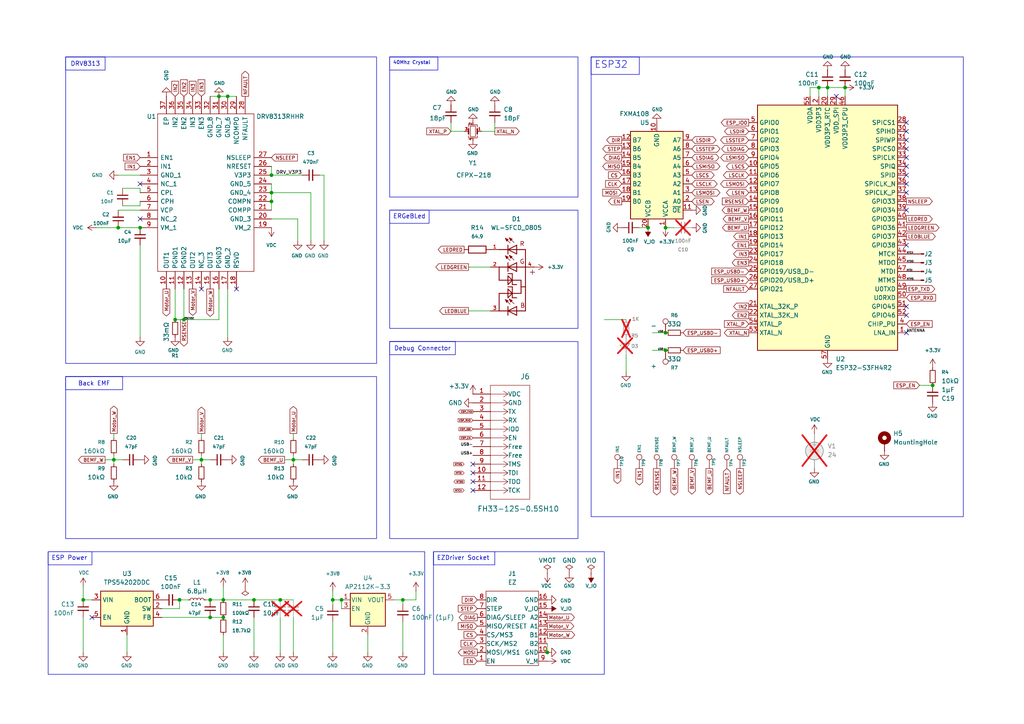
<source format=kicad_sch>
(kicad_sch (version 20250114) (generator "eeschema") (generator_version "9.0")
  (paper "A4")
  (title_block (title "${MY_TITLE}") (date "2025-08-06") (rev "${MY_REVISION}") (company "${MY_AUTHOR}") (comment 1 "${MY_URL}"))
  (rectangle (start 19.05 16.51) (end 109.22 105.41))
  (rectangle (start 113.03 99.06) (end 167.64 156.21))
  (rectangle (start 125.73 160.02) (end 175.26 195.58))
  (rectangle (start 171.45 16.51) (end 279.4 149.86))
  (rectangle (start 19.05 109.22) (end 109.22 156.21))
  (rectangle (start 13.97 160.02) (end 123.19 195.58))
  (rectangle (start 113.03 60.96) (end 167.64 95.25))
  (rectangle (start 113.03 16.51) (end 167.64 57.15))
  (text_box "40Mhz Crystal" (at 113.03 16.51 0) (size 13.97 3.81) (margins 0.9525 0.9525 0.9525 0.9525) (effects (font (size 1 1)) (justify left top)))
  (text_box "DRV8313" (at 19.05 16.51 0) (size 11.43 3.81) (margins 0.9525 0.9525 0.9525 0.9525) (effects (font (size 1.27 1.27))))
  (text_box "ERGeBLed" (at 113.03 60.96 0) (size 11.43 3.81) (margins 0.9525 0.9525 0.9525 0.9525) (effects (font (size 1.27 1.27)) (justify left top)))
  (text_box "ESP32" (at 171.45 16.51 0) (size 13.97 5.08) (margins 0.9525 0.9525 0.9525 0.9525) (effects (font (size 2 2)) (justify left top)))
  (text_box "Back EMF" (at 19.05 109.22 0) (size 16.51 3.81) (margins 0.9525 0.9525 0.9525 0.9525) (effects (font (size 1.27 1.27))))
  (text_box "Debug Connector" (at 113.03 99.06 0) (size 19.05 3.81) (margins 0.9525 0.9525 0.9525 0.9525) (effects (font (size 1.27 1.27))))
  (text_box "EZDriver Socket" (at 125.73 160.02 0) (size 17.78 3.81) (margins 0.9525 0.9525 0.9525 0.9525) (effects (font (size 1.27 1.27)) (justify left top)))
  (text_box "ESP Power" (at 13.97 160.02 0) (size 12.7 3.81) (margins 0.9525 0.9525 0.9525 0.9525) (effects (font (size 1.27 1.27)) (justify left top)))
  (junction (at 96.52 173.99))
  (junction (at 78.74 55.88))
  (junction (at 63.5 27.94))
  (junction (at 270.51 111.76))
  (junction (at 60.96 179.07))
  (junction (at 66.04 27.94))
  (junction (at 193.04 96.52))
  (junction (at 240.03 25.4))
  (junction (at 52.07 173.99))
  (junction (at 64.77 173.99))
  (junction (at 193.04 101.6))
  (junction (at 193.04 66.04))
  (junction (at 58.42 133.35))
  (junction (at 85.09 133.35))
  (junction (at 64.77 179.07))
  (junction (at 78.74 58.42))
  (junction (at 40.64 66.04))
  (junction (at 53.34 92.71))
  (junction (at 237.49 25.4))
  (junction (at 187.96 66.04))
  (junction (at 78.74 50.8))
  (junction (at 116.84 173.99))
  (junction (at 60.96 173.99))
  (junction (at 24.13 173.99))
  (junction (at 99.06 173.99))
  (junction (at 81.28 173.99))
  (junction (at 33.02 133.35))
  (junction (at 34.29 66.04))
  (junction (at 50.8 92.71))
  (junction (at 73.66 173.99))
  (junction (at 158.75 189.23))
  (junction (at 245.11 25.4))
  (no_connect (at 137.16 134.62))
  (no_connect (at 40.64 63.5))
  (no_connect (at 137.16 139.7))
  (no_connect (at 262.89 48.26))
  (no_connect (at 262.89 88.9))
  (no_connect (at 262.89 91.44))
  (no_connect (at 262.89 50.8))
  (no_connect (at 242.57 27.94))
  (no_connect (at 262.89 71.12))
  (no_connect (at 262.89 40.64))
  (no_connect (at 262.89 43.18))
  (no_connect (at 262.89 60.96))
  (no_connect (at 262.89 53.34))
  (no_connect (at 26.67 179.07))
  (no_connect (at 68.58 83.82))
  (no_connect (at 137.16 142.24))
  (no_connect (at 137.16 137.16))
  (no_connect (at 262.89 38.1))
  (no_connect (at 262.89 45.72))
  (no_connect (at 262.89 35.56))
  (no_connect (at 40.64 53.34))
  (no_connect (at 262.89 96.52))
  (no_connect (at 262.89 55.88))
  (no_connect (at 58.42 83.82))
  (wire (pts (xy 85.09 189.23) (xy 85.09 179.07)))
  (wire (pts (xy 53.34 92.71) (xy 63.5 92.71)))
  (wire (pts (xy 24.13 173.99) (xy 26.67 173.99)))
  (wire (pts (xy 86.36 69.85) (xy 86.36 63.5)))
  (wire (pts (xy 82.55 133.35) (xy 85.09 133.35)))
  (wire (pts (xy 120.65 171.45) (xy 120.65 173.99)))
  (wire (pts (xy 66.04 27.94) (xy 68.58 27.94)))
  (wire (pts (xy 59.69 173.99) (xy 60.96 173.99)))
  (wire (pts (xy 50.8 92.71) (xy 53.34 92.71)))
  (wire (pts (xy 245.11 25.4) (xy 245.11 27.94)))
  (wire (pts (xy 24.13 189.23) (xy 24.13 179.07)))
  (wire (pts (xy 234.95 27.94) (xy 234.95 25.4)))
  (wire (pts (xy 40.64 97.79) (xy 40.64 71.12)))
  (wire (pts (xy 240.03 25.4) (xy 240.03 27.94)))
  (wire (pts (xy 24.13 170.18) (xy 24.13 173.99)))
  (wire (pts (xy 60.96 173.99) (xy 64.77 173.99)))
  (wire (pts (xy 106.68 189.23) (xy 106.68 184.15)))
  (wire (pts (xy 30.48 133.35) (xy 33.02 133.35)))
  (wire (pts (xy 135.89 77.47) (xy 142.24 77.47)))
  (wire (pts (xy 116.84 189.23) (xy 116.84 180.34)))
  (wire (pts (xy 52.07 173.99) (xy 54.61 173.99)))
  (wire (pts (xy 90.17 55.88) (xy 78.74 55.88)))
  (wire (pts (xy 40.64 59.69) (xy 35.56 59.69)))
  (wire (pts (xy 81.28 189.23) (xy 81.28 179.07)))
  (wire (pts (xy 96.52 171.45) (xy 96.52 173.99)))
  (wire (pts (xy 34.29 60.96) (xy 40.64 60.96)))
  (wire (pts (xy 96.52 189.23) (xy 96.52 180.34)))
  (wire (pts (xy 34.29 50.8) (xy 40.64 50.8)))
  (wire (pts (xy 60.96 27.94) (xy 63.5 27.94)))
  (wire (pts (xy 78.74 58.42) (xy 78.74 60.96)))
  (wire (pts (xy 73.66 173.99) (xy 81.28 173.99)))
  (wire (pts (xy 240.03 25.4) (xy 245.11 25.4)))
  (wire (pts (xy 64.77 184.15) (xy 64.77 189.23)))
  (wire (pts (xy 99.06 173.99) (xy 99.06 176.53)))
  (wire (pts (xy 64.77 173.99) (xy 73.66 173.99)))
  (wire (pts (xy 85.09 133.35) (xy 85.09 132.08)))
  (wire (pts (xy 266.7 111.76) (xy 270.51 111.76)))
  (wire (pts (xy 116.84 173.99) (xy 116.84 175.26)))
  (wire (pts (xy 175.26 92.71) (xy 181.61 92.71)))
  (wire (pts (xy 86.36 63.5) (xy 78.74 63.5)))
  (wire (pts (xy 143.51 35.56) (xy 143.51 38.1)))
  (wire (pts (xy 90.17 69.85) (xy 90.17 55.88)))
  (wire (pts (xy 40.64 55.88) (xy 40.64 54.61)))
  (wire (pts (xy 63.5 27.94) (xy 66.04 27.94)))
  (wire (pts (xy 96.52 173.99) (xy 99.06 173.99)))
  (wire (pts (xy 58.42 134.62) (xy 58.42 133.35)))
  (wire (pts (xy 33.02 134.62) (xy 33.02 133.35)))
  (wire (pts (xy 237.49 25.4) (xy 240.03 25.4)))
  (wire (pts (xy 46.99 179.07) (xy 60.96 179.07)))
  (wire (pts (xy 116.84 173.99) (xy 120.65 173.99)))
  (wire (pts (xy 64.77 170.18) (xy 64.77 173.99)))
  (wire (pts (xy 52.07 173.99) (xy 52.07 176.53)))
  (wire (pts (xy 93.98 50.8) (xy 93.98 69.85)))
  (wire (pts (xy 185.42 66.04) (xy 187.96 66.04)))
  (wire (pts (xy 40.64 54.61) (xy 35.56 54.61)))
  (wire (pts (xy 60.96 133.35) (xy 58.42 133.35)))
  (wire (pts (xy 92.71 50.8) (xy 93.98 50.8)))
  (wire (pts (xy 50.8 83.82) (xy 50.8 92.71)))
  (wire (pts (xy 78.74 48.26) (xy 78.74 50.8)))
  (wire (pts (xy 195.58 66.04) (xy 193.04 66.04)))
  (wire (pts (xy 33.02 125.73) (xy 33.02 127)))
  (wire (pts (xy 158.75 186.69) (xy 158.75 189.23)))
  (wire (pts (xy 181.61 107.95) (xy 181.61 102.87)))
  (wire (pts (xy 143.51 38.1) (xy 139.7 38.1)))
  (wire (pts (xy 63.5 83.82) (xy 63.5 92.71)))
  (wire (pts (xy 40.64 59.69) (xy 40.64 58.42)))
  (wire (pts (xy 52.07 176.53) (xy 46.99 176.53)))
  (wire (pts (xy 85.09 125.73) (xy 85.09 127)))
  (wire (pts (xy 78.74 55.88) (xy 78.74 58.42)))
  (wire (pts (xy 33.02 133.35) (xy 33.02 132.08)))
  (wire (pts (xy 96.52 173.99) (xy 96.52 175.26)))
  (wire (pts (xy 66.04 83.82) (xy 66.04 97.79)))
  (wire (pts (xy 36.83 189.23) (xy 36.83 184.15)))
  (wire (pts (xy 27.94 66.04) (xy 34.29 66.04)))
  (wire (pts (xy 78.74 53.34) (xy 78.74 55.88)))
  (wire (pts (xy 35.56 133.35) (xy 33.02 133.35)))
  (wire (pts (xy 34.29 66.04) (xy 40.64 66.04)))
  (wire (pts (xy 234.95 25.4) (xy 237.49 25.4)))
  (wire (pts (xy 237.49 25.4) (xy 237.49 27.94)))
  (wire (pts (xy 189.23 101.6) (xy 193.04 101.6)))
  (wire (pts (xy 87.63 133.35) (xy 85.09 133.35)))
  (wire (pts (xy 55.88 133.35) (xy 58.42 133.35)))
  (wire (pts (xy 81.28 173.99) (xy 85.09 173.99)))
  (wire (pts (xy 85.09 134.62) (xy 85.09 133.35)))
  (wire (pts (xy 60.96 179.07) (xy 64.77 179.07)))
  (wire (pts (xy 114.3 173.99) (xy 116.84 173.99)))
  (wire (pts (xy 58.42 133.35) (xy 58.42 132.08)))
  (wire (pts (xy 73.66 189.23) (xy 73.66 179.07)))
  (wire (pts (xy 189.23 96.52) (xy 193.04 96.52)))
  (wire (pts (xy 130.81 38.1) (xy 134.62 38.1)))
  (wire (pts (xy 87.63 50.8) (xy 78.74 50.8)))
  (wire (pts (xy 58.42 125.73) (xy 58.42 127)))
  (wire (pts (xy 135.89 90.17) (xy 142.24 90.17)))
  (wire (pts (xy 130.81 35.56) (xy 130.81 38.1)))
  (wire (pts (xy 53.34 83.82) (xy 53.34 92.71)))
  (label "USB-" (at 137.16 129.54 180) (effects (font (size 0.8 0.8))))
  (label "RSENSE" (at 53.34 92.71 0) (effects (font (size 0.5 0.5))))
  (label "DRV_V3P3" (at 80.01 50.8 0) (effects (font (size 1 1))))
  (label "MTMS" (at 262.89 81.28 0) (effects (font (size 0.5 0.5))))
  (label "MTCK" (at 262.89 73.66 0) (effects (font (size 0.5 0.5))))
  (label "USB+" (at 193.04 101.6 180) (effects (font (size 0.5 0.5))))
  (label "USB-" (at 193.04 96.52 180) (effects (font (size 0.5 0.5))))
  (label "MTDI" (at 262.89 78.74 0) (effects (font (size 0.5 0.5))))
  (label "MTDO" (at 262.89 76.2 0) (effects (font (size 0.5 0.5))))
  (label "USB+" (at 137.16 132.08 180) (effects (font (size 0.8 0.8))))
  (label "ANTENNA" (at 262.89 96.52 0) (effects (font (size 0.8 0.8))))
  (global_label "DIR" (shape output) (at 180.34 40.64 180) (effects (font (size 1 1))) (property "Intersheetrefs" "${INTERSHEET_REFS}" (effects (hide yes))))
  (global_label "LSMOSI" (shape bidirectional) (at 200.66 55.88 0) (effects (font (size 1 1))) (property "Intersheetrefs" "${INTERSHEET_REFS}" (effects (hide yes))))
  (global_label "XTAL_P" (shape input) (at 217.17 93.98 180) (effects (font (size 1 1))) (property "Intersheetrefs" "${INTERSHEET_REFS}" (effects (hide yes))))
  (global_label "IN2" (shape input) (at 50.8 27.94 90) (effects (font (size 1 1))) (property "Intersheetrefs" "${INTERSHEET_REFS}" (effects (hide yes))))
  (global_label "LEDRED" (shape output) (at 134.62 72.39 180) (effects (font (size 1 1))) (property "Intersheetrefs" "${INTERSHEET_REFS}" (effects (hide yes))))
  (global_label "IN1" (shape output) (at 179.07 135.89 270) (effects (font (size 1 1))) (property "Intersheetrefs" "${INTERSHEET_REFS}" (effects (hide yes))))
  (global_label "BEMF_W" (shape output) (at 217.17 60.96 180) (effects (font (size 1 1))) (property "Intersheetrefs" "${INTERSHEET_REFS}" (effects (hide yes))))
  (global_label "NSLEEP" (shape output) (at 214.63 135.89 270) (effects (font (size 1 1))) (property "Intersheetrefs" "${INTERSHEET_REFS}" (effects (hide yes))))
  (global_label "ESP_IO0" (shape input) (at 137.16 124.46 180) (effects (font (size 0.508 0.508))) (property "Intersheetrefs" "${INTERSHEET_REFS}" (effects (hide yes))))
  (global_label "ESP_EN" (shape input) (at 266.7 111.76 180) (effects (font (size 1 1))) (property "Intersheetrefs" "${INTERSHEET_REFS}" (effects (hide yes))))
  (global_label "Motor_W" (shape output) (at 60.96 83.82 270) (effects (font (size 1 1))) (property "Intersheetrefs" "${INTERSHEET_REFS}" (effects (hide yes))))
  (global_label "XTAL_N" (shape output) (at 217.17 96.52 180) (effects (font (size 1 1))) (property "Intersheetrefs" "${INTERSHEET_REFS}" (effects (hide yes))))
  (global_label "NFAULT" (shape output) (at 71.12 27.94 90) (effects (font (size 1 1))) (property "Intersheetrefs" "${INTERSHEET_REFS}" (effects (hide yes))))
  (global_label "BEMF_V" (shape output) (at 217.17 63.5 180) (effects (font (size 1 1))) (property "Intersheetrefs" "${INTERSHEET_REFS}" (effects (hide yes))))
  (global_label "XTAL_N" (shape output) (at 143.51 38.1 0) (effects (font (size 1 1))) (property "Intersheetrefs" "${INTERSHEET_REFS}" (effects (hide yes))))
  (global_label "STEP" (shape output) (at 180.34 43.18 180) (effects (font (size 1 1))) (property "Intersheetrefs" "${INTERSHEET_REFS}" (effects (hide yes))))
  (global_label "CLK" (shape input) (at 138.43 186.69 180) (effects (font (size 1 1))) (property "Intersheetrefs" "${INTERSHEET_REFS}" (effects (hide yes))))
  (global_label "EN2" (shape output) (at 217.17 91.44 180) (effects (font (size 1 1))) (property "Intersheetrefs" "${INTERSHEET_REFS}" (effects (hide yes))))
  (global_label "MTCK" (shape input) (at 134.62 142.24 180) (effects (font (size 0.508 0.508))) (property "Intersheetrefs" "${INTERSHEET_REFS}" (effects (hide yes))))
  (global_label "ESP_EN" (shape input) (at 137.16 127 180) (effects (font (size 0.508 0.508))) (property "Intersheetrefs" "${INTERSHEET_REFS}" (effects (hide yes))))
  (global_label "MISO" (shape input) (at 138.43 181.61 180) (effects (font (size 1 1))) (property "Intersheetrefs" "${INTERSHEET_REFS}" (effects (hide yes))))
  (global_label "BEMF_U" (shape output) (at 82.55 133.35 180) (effects (font (size 1 1))) (property "Intersheetrefs" "${INTERSHEET_REFS}" (effects (hide yes))))
  (global_label "EN1" (shape output) (at 217.17 71.12 180) (effects (font (size 1 1))) (property "Intersheetrefs" "${INTERSHEET_REFS}" (effects (hide yes))))
  (global_label "MTDI" (shape input) (at 134.62 137.16 180) (effects (font (size 0.508 0.508))) (property "Intersheetrefs" "${INTERSHEET_REFS}" (effects (hide yes))))
  (global_label "EN3" (shape output) (at 217.17 76.2 180) (effects (font (size 1 1))) (property "Intersheetrefs" "${INTERSHEET_REFS}" (effects (hide yes))))
  (global_label "EN3" (shape input) (at 58.42 27.94 90) (effects (font (size 1 1))) (property "Intersheetrefs" "${INTERSHEET_REFS}" (effects (hide yes))))
  (global_label "LEDGREEN" (shape output) (at 262.89 66.04 0) (effects (font (size 1 1))) (property "Intersheetrefs" "${INTERSHEET_REFS}" (effects (hide yes))))
  (global_label "Motor_W" (shape output) (at 158.75 184.15 0) (effects (font (size 1 1))) (property "Intersheetrefs" "${INTERSHEET_REFS}" (effects (hide yes))))
  (global_label "LEDBLUE" (shape output) (at 135.89 90.17 180) (effects (font (size 1 1))) (property "Intersheetrefs" "${INTERSHEET_REFS}" (effects (hide yes))))
  (global_label "Motor_W" (shape output) (at 33.02 125.73 90) (effects (font (size 1 1))) (property "Intersheetrefs" "${INTERSHEET_REFS}" (effects (hide yes))))
  (global_label "XTAL_P" (shape input) (at 130.81 38.1 180) (effects (font (size 1 1))) (property "Intersheetrefs" "${INTERSHEET_REFS}" (effects (hide yes))))
  (global_label "NFAULT" (shape input) (at 217.17 83.82 180) (effects (font (size 1 1))) (property "Intersheetrefs" "${INTERSHEET_REFS}" (effects (hide yes))))
  (global_label "MTMS" (shape input) (at 134.62 134.62 180) (effects (font (size 0.508 0.508))) (property "Intersheetrefs" "${INTERSHEET_REFS}" (effects (hide yes))))
  (global_label "EN1" (shape input) (at 40.64 45.72 180) (effects (font (size 1 1))) (property "Intersheetrefs" "${INTERSHEET_REFS}" (effects (hide yes))))
  (global_label "ESP_USBD+" (shape input) (at 198.12 101.6 0) (effects (font (size 1 1))) (property "Intersheetrefs" "${INTERSHEET_REFS}" (effects (hide yes))))
  (global_label "LSMISO" (shape bidirectional) (at 217.17 45.72 180) (effects (font (size 1 1))) (property "Intersheetrefs" "${INTERSHEET_REFS}" (effects (hide yes))))
  (global_label "LSMISO" (shape bidirectional) (at 200.66 48.26 0) (effects (font (size 1 1))) (property "Intersheetrefs" "${INTERSHEET_REFS}" (effects (hide yes))))
  (global_label "LEDBLUE" (shape output) (at 262.89 68.58 0) (effects (font (size 1 1))) (property "Intersheetrefs" "${INTERSHEET_REFS}" (effects (hide yes))))
  (global_label "LSCLK" (shape bidirectional) (at 217.17 50.8 180) (effects (font (size 1 1))) (property "Intersheetrefs" "${INTERSHEET_REFS}" (effects (hide yes))))
  (global_label "LEDRED" (shape output) (at 262.89 63.5 0) (effects (font (size 1 1))) (property "Intersheetrefs" "${INTERSHEET_REFS}" (effects (hide yes))))
  (global_label "IN1" (shape input) (at 40.64 48.26 180) (effects (font (size 1 1))) (property "Intersheetrefs" "${INTERSHEET_REFS}" (effects (hide yes))))
  (global_label "ESP_EN" (shape input) (at 262.89 93.98 0) (effects (font (size 1 1))) (property "Intersheetrefs" "${INTERSHEET_REFS}" (effects (hide yes))))
  (global_label "NSLEEP" (shape output) (at 262.89 58.42 0) (effects (font (size 1 1))) (property "Intersheetrefs" "${INTERSHEET_REFS}" (effects (hide yes))))
  (global_label "NFAULT" (shape input) (at 210.82 135.89 270) (effects (font (size 1 1))) (property "Intersheetrefs" "${INTERSHEET_REFS}" (effects (hide yes))))
  (global_label "RSENSE" (shape output) (at 53.34 92.71 270) (effects (font (size 1 1))) (property "Intersheetrefs" "${INTERSHEET_REFS}" (effects (hide yes))))
  (global_label "BEMF_V" (shape output) (at 55.88 133.35 180) (effects (font (size 1 1))) (property "Intersheetrefs" "${INTERSHEET_REFS}" (effects (hide yes))))
  (global_label "RSENSE" (shape input) (at 217.17 58.42 180) (effects (font (size 1 1))) (property "Intersheetrefs" "${INTERSHEET_REFS}" (effects (hide yes))))
  (global_label "LSDIAG" (shape bidirectional) (at 200.66 45.72 0) (effects (font (size 1 1))) (property "Intersheetrefs" "${INTERSHEET_REFS}" (effects (hide yes))))
  (global_label "LSDIR" (shape bidirectional) (at 217.17 38.1 180) (effects (font (size 1 1))) (property "Intersheetrefs" "${INTERSHEET_REFS}" (effects (hide yes))))
  (global_label "IN3" (shape output) (at 217.17 73.66 180) (effects (font (size 1 1))) (property "Intersheetrefs" "${INTERSHEET_REFS}" (effects (hide yes))))
  (global_label "RSENSE" (shape output) (at 190.5 135.89 270) (effects (font (size 1 1))) (property "Intersheetrefs" "${INTERSHEET_REFS}" (effects (hide yes))))
  (global_label "BEMF_W" (shape output) (at 195.58 135.89 270) (effects (font (size 1 1))) (property "Intersheetrefs" "${INTERSHEET_REFS}" (effects (hide yes))))
  (global_label "ESP_RXD" (shape input) (at 137.16 121.92 180) (effects (font (size 0.508 0.508))) (property "Intersheetrefs" "${INTERSHEET_REFS}" (effects (hide yes))))
  (global_label "NSLEEP" (shape input) (at 78.74 45.72 0) (effects (font (size 1 1))) (property "Intersheetrefs" "${INTERSHEET_REFS}" (effects (hide yes))))
  (global_label "Motor_U" (shape output) (at 85.09 125.73 90) (effects (font (size 1 1))) (property "Intersheetrefs" "${INTERSHEET_REFS}" (effects (hide yes))))
  (global_label "BEMF_U" (shape output) (at 217.17 66.04 180) (effects (font (size 1 1))) (property "Intersheetrefs" "${INTERSHEET_REFS}" (effects (hide yes))))
  (global_label "Motor_V" (shape output) (at 55.88 83.82 270) (effects (font (size 1 1))) (property "Intersheetrefs" "${INTERSHEET_REFS}" (effects (hide yes))))
  (global_label "ESP_RXD" (shape input) (at 262.89 86.36 0) (effects (font (size 1 1))) (property "Intersheetrefs" "${INTERSHEET_REFS}" (effects (hide yes))))
  (global_label "LSEN" (shape bidirectional) (at 217.17 55.88 180) (effects (font (size 1 1))) (property "Intersheetrefs" "${INTERSHEET_REFS}" (effects (hide yes))))
  (global_label "ESP_IO0" (shape output) (at 217.17 35.56 180) (effects (font (size 1 1))) (property "Intersheetrefs" "${INTERSHEET_REFS}" (effects (hide yes))))
  (global_label "LSCS" (shape bidirectional) (at 217.17 48.26 180) (effects (font (size 1 1))) (property "Intersheetrefs" "${INTERSHEET_REFS}" (effects (hide yes))))
  (global_label "LSDIAG" (shape bidirectional) (at 217.17 43.18 180) (effects (font (size 1 1))) (property "Intersheetrefs" "${INTERSHEET_REFS}" (effects (hide yes))))
  (global_label "EN2" (shape input) (at 53.34 27.94 90) (effects (font (size 1 1))) (property "Intersheetrefs" "${INTERSHEET_REFS}" (effects (hide yes))))
  (global_label "CS" (shape input) (at 180.34 50.8 180) (effects (font (size 1 1))) (property "Intersheetrefs" "${INTERSHEET_REFS}" (effects (hide yes))))
  (global_label "LSEN" (shape bidirectional) (at 200.66 58.42 0) (effects (font (size 1 1))) (property "Intersheetrefs" "${INTERSHEET_REFS}" (effects (hide yes))))
  (global_label "MISO" (shape output) (at 180.34 48.26 180) (effects (font (size 1 1))) (property "Intersheetrefs" "${INTERSHEET_REFS}" (effects (hide yes))))
  (global_label "MOSI" (shape input) (at 180.34 55.88 180) (effects (font (size 1 1))) (property "Intersheetrefs" "${INTERSHEET_REFS}" (effects (hide yes))))
  (global_label "Motor_U" (shape output) (at 158.75 179.07 0) (effects (font (size 1 1))) (property "Intersheetrefs" "${INTERSHEET_REFS}" (effects (hide yes))))
  (global_label "LSCLK" (shape bidirectional) (at 200.66 53.34 0) (effects (font (size 1 1))) (property "Intersheetrefs" "${INTERSHEET_REFS}" (effects (hide yes))))
  (global_label "DIAG" (shape output) (at 180.34 45.72 180) (effects (font (size 1 1))) (property "Intersheetrefs" "${INTERSHEET_REFS}" (effects (hide yes))))
  (global_label "MOSI" (shape output) (at 138.43 189.23 180) (effects (font (size 1 1))) (property "Intersheetrefs" "${INTERSHEET_REFS}" (effects (hide yes))))
  (global_label "EN" (shape input) (at 138.43 191.77 180) (effects (font (size 1 1))) (property "Intersheetrefs" "${INTERSHEET_REFS}" (effects (hide yes))))
  (global_label "ESP_USBD+" (shape input) (at 217.17 81.28 180) (effects (font (size 1 1))) (property "Intersheetrefs" "${INTERSHEET_REFS}" (effects (hide yes))))
  (global_label "LEDGREEN" (shape output) (at 135.89 77.47 180) (effects (font (size 1 1))) (property "Intersheetrefs" "${INTERSHEET_REFS}" (effects (hide yes))))
  (global_label "LSSTEP" (shape bidirectional) (at 217.17 40.64 180) (effects (font (size 1 1))) (property "Intersheetrefs" "${INTERSHEET_REFS}" (effects (hide yes))))
  (global_label "CLK" (shape input) (at 180.34 53.34 180) (effects (font (size 1 1))) (property "Intersheetrefs" "${INTERSHEET_REFS}" (effects (hide yes))))
  (global_label "Motor_U" (shape output) (at 48.26 83.82 270) (effects (font (size 1 1))) (property "Intersheetrefs" "${INTERSHEET_REFS}" (effects (hide yes))))
  (global_label "Motor_V" (shape output) (at 58.42 125.73 90) (effects (font (size 1 1))) (property "Intersheetrefs" "${INTERSHEET_REFS}" (effects (hide yes))))
  (global_label "LSMOSI" (shape bidirectional) (at 217.17 53.34 180) (effects (font (size 1 1))) (property "Intersheetrefs" "${INTERSHEET_REFS}" (effects (hide yes))))
  (global_label "DIAG" (shape output) (at 138.43 179.07 180) (effects (font (size 1 1))) (property "Intersheetrefs" "${INTERSHEET_REFS}" (effects (hide yes))))
  (global_label "BEMF_W" (shape output) (at 30.48 133.35 180) (effects (font (size 1 1))) (property "Intersheetrefs" "${INTERSHEET_REFS}" (effects (hide yes))))
  (global_label "BEMF_U" (shape output) (at 205.74 135.89 270) (effects (font (size 1 1))) (property "Intersheetrefs" "${INTERSHEET_REFS}" (effects (hide yes))))
  (global_label "LSCS" (shape bidirectional) (at 200.66 50.8 0) (effects (font (size 1 1))) (property "Intersheetrefs" "${INTERSHEET_REFS}" (effects (hide yes))))
  (global_label "IN2" (shape output) (at 217.17 88.9 180) (effects (font (size 1 1))) (property "Intersheetrefs" "${INTERSHEET_REFS}" (effects (hide yes))))
  (global_label "BEMF_V" (shape output) (at 200.66 135.89 270) (effects (font (size 1 1))) (property "Intersheetrefs" "${INTERSHEET_REFS}" (effects (hide yes))))
  (global_label "DIR" (shape input) (at 138.43 173.99 180) (effects (font (size 1 1))) (property "Intersheetrefs" "${INTERSHEET_REFS}" (effects (hide yes))))
  (global_label "LSSTEP" (shape bidirectional) (at 200.66 43.18 0) (effects (font (size 1 1))) (property "Intersheetrefs" "${INTERSHEET_REFS}" (effects (hide yes))))
  (global_label "IN1" (shape output) (at 217.17 68.58 180) (effects (font (size 1 1))) (property "Intersheetrefs" "${INTERSHEET_REFS}" (effects (hide yes))))
  (global_label "Motor_V" (shape output) (at 158.75 181.61 0) (effects (font (size 1 1))) (property "Intersheetrefs" "${INTERSHEET_REFS}" (effects (hide yes))))
  (global_label "ESP_TXD" (shape output) (at 262.89 83.82 0) (effects (font (size 1 1))) (property "Intersheetrefs" "${INTERSHEET_REFS}" (effects (hide yes))))
  (global_label "CS" (shape input) (at 138.43 184.15 180) (effects (font (size 1 1))) (property "Intersheetrefs" "${INTERSHEET_REFS}" (effects (hide yes))))
  (global_label "STEP" (shape input) (at 138.43 176.53 180) (effects (font (size 1 1))) (property "Intersheetrefs" "${INTERSHEET_REFS}" (effects (hide yes))))
  (global_label "IN3" (shape input) (at 55.88 27.94 90) (effects (font (size 1 1))) (property "Intersheetrefs" "${INTERSHEET_REFS}" (effects (hide yes))))
  (global_label "EN1" (shape output) (at 185.42 135.89 270) (effects (font (size 1 1))) (property "Intersheetrefs" "${INTERSHEET_REFS}" (effects (hide yes))))
  (global_label "ESP_USBD-" (shape input) (at 217.17 78.74 180) (effects (font (size 1 1))) (property "Intersheetrefs" "${INTERSHEET_REFS}" (effects (hide yes))))
  (global_label "MTDO" (shape output) (at 134.62 139.7 180) (effects (font (size 0.508 0.508))) (property "Intersheetrefs" "${INTERSHEET_REFS}" (effects (hide yes))))
  (global_label "ESP_USBD-" (shape input) (at 198.12 96.52 0) (effects (font (size 1 1))) (property "Intersheetrefs" "${INTERSHEET_REFS}" (effects (hide yes))))
  (global_label "ESP_TXD" (shape output) (at 137.16 119.38 180) (effects (font (size 0.508 0.508))) (property "Intersheetrefs" "${INTERSHEET_REFS}" (effects (hide yes))))
  (global_label "EN" (shape output) (at 180.34 58.42 180) (effects (font (size 1 1))) (property "Intersheetrefs" "${INTERSHEET_REFS}" (effects (hide yes))))
  (global_label "LSDIR" (shape bidirectional) (at 200.66 40.64 0) (effects (font (size 1 1))) (property "Intersheetrefs" "${INTERSHEET_REFS}" (effects (hide yes))))
  (symbol (lib_id "power:GND") (at 130.81 30.48 180) (unit 1)
    (property "Reference" "#PWR018" (effects (hide yes)))
    (property "Value" "GND" (at 130.937 26.67 0) (effects (font (size 1 1))))
    (property "Description" "Power symbol creates a global label with name \"GND\" , ground" (effects (hide yes)))
  )
  (symbol (lib_id "power:GND") (at 66.04 133.35 90) (unit 1)
    (property "Reference" "#PWR033" (effects (hide yes)))
    (property "Value" "GND" (at 70.358 133.604 0) (effects (font (size 1 1))))
    (property "Description" "Power symbol creates a global label with name \"GND\" , ground" (effects (hide yes)))
  )
  (symbol (lib_id "Device:C_Small") (at 182.88 66.04 90) (unit 1)
    (property "Reference" "C9" (at 182.8863 72.39 90) (effects (font (size 1 1))))
    (property "Value" "100nF" (at 182.8863 69.85 90) (effects (font (size 1 1))))
    (property "Footprint" "Capacitor_SMD:C_0402_1005Metric_Pad0.74x0.62mm_HandSolder" (effects (hide yes)))
    (property "Description" "Unpolarized capacitor, small symbol" (effects (hide yes)))
  )
  (symbol (lib_id "power:GND") (at 181.61 107.95 0) (unit 1)
    (property "Reference" "#PWR038" (effects (hide yes)))
    (property "Value" "GND" (at 181.483 111.76 0) (effects (font (size 1 1))))
    (property "Description" "Power symbol creates a global label with name \"GND\" , ground" (effects (hide yes)))
  )
  (symbol (lib_id "Regulator_Linear:AP2112K-3.3") (at 106.68 176.53 0) (unit 1)
    (property "Reference" "U4" (at 106.68 167.64 0))
    (property "Value" "AP2112K-3.3" (at 106.68 170.18 0))
    (property "Footprint" "Package_TO_SOT_SMD:SOT-23-5" (effects (hide yes)))
    (property "Datasheet" "https://www.diodes.com/assets/Datasheets/AP2112.pdf" (effects (hide yes)))
    (property "Description" "600mA low dropout linear regulator, with enable pin, 3.8V-6V input voltage range, 3.3V fixed positive output, SOT-23-5" (effects (hide yes)))
    (property "LCSC Part" "C51118" (effects (hide yes)))
    (property "Rotation Offset" "90" (effects (hide yes)))
  )
  (symbol (lib_id "power:GND") (at 240.03 104.14 0) (unit 1)
    (property "Reference" "#PWR019" (effects (hide yes)))
    (property "Value" "GND" (at 239.903 107.95 0) (effects (font (size 1 1))))
    (property "Description" "Power symbol creates a global label with name \"GND\" , ground" (effects (hide yes)))
  )
  (symbol (lib_id "MCU_Espressif:ESP32-S3") (at 240.03 66.04 0) (unit 1)
    (property "Reference" "U2" (at 242.3795 104.14 0) (effects (justify left)))
    (property "Value" "ESP32-S3FH4R2" (at 242.3795 106.68 0) (effects (justify left)))
    (property "Footprint" "Package_DFN_QFN:QFN-56-1EP_7x7mm_P0.4mm_EP5.6x5.6mm_ThermalVias" (effects (hide yes)))
    (property "Datasheet" "https://www.espressif.com/sites/default/files/documentation/esp32-s3_datasheet_en.pdf" (effects (hide yes)))
    (property "Description" "Microcontroller, Wi-Fi 802.11b/g/n, Bluetooth, 32bit" (effects (hide yes)))
    (property "LCSC Part" "C2844252" (effects (hide yes)))
    (property "Rotation Offset" "-90" (effects (hide yes)))
  )
  (symbol (lib_id "Connector:TestPoint") (at 190.5 135.89 0) (unit 1)
    (property "Reference" "TP8" (at 191.77 135.382 90) (effects (font (size 0.8 0.8)) (justify left)))
    (property "Value" "RSENSE" (at 190.5 131.318 90) (effects (font (size 0.8 0.8)) (justify left)))
    (property "Footprint" "EZCPAP:TestLoop_RCUCTE _0603" (effects (hide yes)))
    (property "Description" "test point" (effects (hide yes)))
  )
  (symbol (lib_id "Logic_LevelTranslator:FXMA108") (at 190.5 50.8 180) (unit 1)
    (property "Reference" "U5" (at 188.3567 35.56 0) (effects (justify left)))
    (property "Value" "FXMA108" (at 188.3567 33.02 0) (effects (justify left)))
    (property "Footprint" "Package_DFN_QFN:WQFN-20-1EP_2.5x4.5mm_P0.5mm_EP1x2.9mm" (effects (hide yes)))
    (property "Datasheet" "http://www.onsemi.com/pub/Collateral/FXMA108-D.pdf" (effects (hide yes)))
    (property "Description" "Dual-Supply, 8-Bit Signal Translator with Configurable Voltage Supplies and Signals Levels, 3-State Outputs and Auto Direction Sensing, WQFN-20" (effects (hide yes)))
    (property "LCSC Part" "C891320" (effects (hide yes)))
    (property "Rotation Offset" "-90" (effects (hide yes)))
  )
  (symbol (lib_id "EZCPAP:WL-SFCD_0805") (at 149.86 82.55 0) (unit 1)
    (property "Reference" "D1" (at 149.7598 63.5 0))
    (property "Value" "WL-SFCD_0805" (at 149.7598 66.04 0))
    (property "Footprint" "EZCPAP:WL-SFCD_0805" (effects (hide yes)))
  )
  (symbol (lib_id "power:GND") (at 137.16 35.56 180) (unit 1)
    (property "Reference" "#PWR030" (effects (hide yes)))
    (property "Value" "GND" (at 137.287 31.75 0) (effects (font (size 1 1))))
    (property "Description" "Power symbol creates a global label with name \"GND\" , ground" (effects (hide yes)))
  )
  (symbol (lib_name "Conn_01x01_Pin_4") (lib_id "Connector:Conn_01x01_Pin") (at 267.97 81.28 180) (unit 1) (in_bom no) (on_board no)
    (property "Reference" "J5" (at 269.24 81.28 0))
    (property "Value" "Conn_01x01_Pin" (effects (hide yes)))
    (property "Footprint" "EZCPAP:Pin Exposed Pad" (effects (hide yes)))
    (property "Description" "Generic connector, single row, 01x01, script generated" (effects (hide yes)))
  )
  (symbol (lib_id "power:GND") (at 270.51 116.84 0) (unit 1)
    (property "Reference" "#PWR058" (effects (hide yes)))
    (property "Value" "GND" (at 270.383 120.65 0) (effects (font (size 1 1))))
    (property "Description" "Power symbol creates a global label with name \"GND\" , ground" (effects (hide yes)))
  )
  (symbol (lib_id "power:+3.3V") (at 245.11 25.4 270) (unit 1)
    (property "Reference" "#PWR028" (effects (hide yes)))
    (property "Value" "+3.3V" (at 248.92 25.4 90) (effects (font (size 1 1)) (justify left)))
    (property "Description" "Power symbol creates a global label with name \"+3.3V\"" (effects (hide yes)))
  )
  (symbol (lib_id "EZCPAP:DRV8313RHHR") (at 40.64 45.72 0) (unit 1)
    (property "Reference" "U1" (at 43.942 33.782 0))
    (property "Value" "DRV8313RHHR" (at 81.28 33.782 0))
    (property "Footprint" "EZCPAP:DRV8313RHH" (effects (hide yes)))
    (property "Datasheet" "http://www.ti.com/lit/ds/symlink/drv8313.pdf" (effects (hide yes)))
    (property "Description" "TEXAS INSTRUMENTS - DRV8313RHHR - MOTOR DRIVER, 3P BLDC, 1.75A, VQFN-36" (effects (hide yes)))
    (property "Height" "1" (effects (hide yes)))
    (property "LCSC Part" "C165154" (effects (hide yes)))
    (property "Manufacturer" "Texas Instruments" (effects (hide yes)))
    (property "Manufacturer PN" "DRV8313RHHR" (effects (hide yes)))
  )
  (symbol (lib_name "L_Small_1") (lib_id "Device:L_Small") (at 57.15 173.99 90) (unit 1)
    (property "Reference" "L1" (at 57.15 168.91 90))
    (property "Value" "6.8µH" (at 57.15 171.45 90))
    (property "Footprint" "Local_Inductor_SMD_Wurth:L_Wurth_WE-MAPI-3020" (effects (hide yes)))
    (property "Datasheet" "https://www.we-online.com/components/products/datasheet/74438336068HT.pdf" (effects (hide yes)))
    (property "Description" "Inductor, small symbol" (effects (hide yes)))
    (property "Part Number" "74438336068HT" (effects (hide yes)))
  )
  (symbol (lib_id "Device:R_Small") (at 85.09 137.16 0) (mirror y) (unit 1)
    (property "Reference" "R13" (at 82.55 135.8899 0) (effects (font (size 1.016 1.016)) (justify left)))
    (property "Value" "10kΩ" (at 82.55 138.4299 0) (effects (justify left)))
    (property "Footprint" "Resistor_SMD:R_0402_1005Metric_Pad0.72x0.64mm_HandSolder" (effects (hide yes)))
    (property "Description" "Resistor, small symbol" (effects (hide yes)))
  )
  (symbol (lib_id "Device:C_Small") (at 90.17 133.35 90) (unit 1)
    (property "Reference" "C22" (at 90.1763 127 90) (effects (font (size 1 1))))
    (property "Value" "47pF" (at 90.1763 129.54 90) (effects (font (size 1 1))))
    (property "Footprint" "Capacitor_SMD:C_0402_1005Metric_Pad0.74x0.62mm_HandSolder" (effects (hide yes)))
    (property "Description" "Unpolarized capacitor, small symbol" (effects (hide yes)))
  )
  (symbol (lib_id "power:GND") (at 240.03 20.32 180) (unit 1)
    (property "Reference" "#PWR049" (effects (hide yes)))
    (property "Value" "GND" (at 240.157 16.51 0) (effects (font (size 1 1))))
    (property "Description" "Power symbol creates a global label with name \"GND\" , ground" (effects (hide yes)))
  )
  (symbol (lib_id "Device:C_Small") (at 40.64 68.58 0) (mirror y) (unit 1)
    (property "Reference" "C4" (at 38.1 67.3162 0) (effects (font (size 1 1)) (justify left)))
    (property "Value" "10µF" (at 38.1 69.8562 0) (effects (font (size 1 1)) (justify left)))
    (property "Footprint" "Capacitor_SMD:C_0805_2012Metric_Pad1.18x1.45mm_HandSolder" (effects (hide yes)))
    (property "Datasheet" "https://jlcpcb.com/api/file/downloadByFileSystemAccessId/8586178918235164672" (effects (hide yes)))
    (property "Description" "Unpolarized capacitor, small symbol" (effects (hide yes)))
  )
  (symbol (lib_id "Device:R_Small") (at 270.51 109.22 0) (unit 1)
    (property "Reference" "R4" (at 273.05 107.9499 0) (effects (font (size 1.016 1.016)) (justify left)))
    (property "Value" "10kΩ" (at 273.05 110.4899 0) (effects (justify left)))
    (property "Footprint" "Resistor_SMD:R_0402_1005Metric_Pad0.72x0.64mm_HandSolder" (effects (hide yes)))
    (property "Description" "Resistor, small symbol" (effects (hide yes)))
  )
  (symbol (lib_id "power:PWR_FLAG") (at 171.45 166.37 0) (unit 1)
    (property "Reference" "#FLG03" (effects (hide yes)))
    (property "Value" "VIO" (at 171.45 162.56 0))
    (property "Description" "Special symbol for telling ERC where power comes from" (effects (hide yes)))
  )
  (symbol (lib_id "power:GND") (at 85.09 139.7 0) (unit 1)
    (property "Reference" "#PWR052" (effects (hide yes)))
    (property "Value" "GND" (at 84.836 144.018 0) (effects (font (size 1 1))))
    (property "Description" "Power symbol creates a global label with name \"GND\" , ground" (effects (hide yes)))
  )
  (symbol (lib_id "power:GND") (at 137.16 40.64 0) (unit 1)
    (property "Reference" "#PWR08" (effects (hide yes)))
    (property "Value" "GND" (at 137.033 44.45 0) (effects (font (size 1 1))))
    (property "Description" "Power symbol creates a global label with name \"GND\" , ground" (effects (hide yes)))
  )
  (symbol (lib_id "Connector:TestPoint") (at 210.82 135.89 0) (unit 1)
    (property "Reference" "TP4" (at 212.09 135.382 90) (effects (font (size 0.8 0.8)) (justify left)))
    (property "Value" "NFAULT" (at 210.82 131.318 90) (effects (font (size 0.8 0.8)) (justify left)))
    (property "Footprint" "EZCPAP:TestLoop_RCUCTE _0603" (effects (hide yes)))
    (property "Description" "test point" (effects (hide yes)))
  )
  (symbol (lib_id "power:+3V8") (at 64.77 170.18 0) (unit 1)
    (property "Reference" "#PWR043" (effects (hide yes)))
    (property "Value" "+3V8" (at 64.516 166.116 0) (effects (font (size 1 1))))
    (property "Description" "Power symbol creates a global label with name \"+3V8\"" (effects (hide yes)))
  )
  (symbol (lib_id "Device:C_Small") (at 35.56 57.15 0) (mirror y) (unit 1)
    (property "Reference" "C1" (at 33.02 55.8862 0) (effects (font (size 1 1)) (justify left)))
    (property "Value" "10nF" (at 33.02 58.4262 0) (effects (font (size 1 1)) (justify left)))
    (property "Footprint" "Capacitor_SMD:C_0402_1005Metric" (effects (hide yes)))
    (property "Description" "Unpolarized capacitor, small symbol" (effects (hide yes)))
  )
  (symbol (lib_id "Simulation_SPICE:VDC") (at 236.22 130.81 0) (unit 1) (in_bom no) (on_board no) (dnp yes)
    (property "Reference" "V1" (at 240.03 129.3812 0) (effects (justify left)))
    (property "Value" "24" (at 240.03 131.9212 0) (effects (justify left)))
    (property "Datasheet" "https://ngspice.sourceforge.io/docs/ngspice-html-manual/manual.xhtml#sec_Independent_Sources_for" (effects (hide yes)))
    (property "Description" "Voltage source, DC" (effects (hide yes)))
    (property "Sim.Pins" "1=+ 2=-" (effects (hide yes)))
    (property "Sim.Type" "DC" (effects (hide yes)))
    (property "Sim.Device" "V" (effects (hide yes)))
  )
  (symbol (lib_id "power:+3V8") (at 71.12 170.18 0) (unit 1)
    (property "Reference" "#PWR048" (effects (hide yes)))
    (property "Value" "+3V8" (at 70.866 166.116 0) (effects (font (size 1 1))))
    (property "Description" "Power symbol creates a global label with name \"+3V8\"" (effects (hide yes)))
  )
  (symbol (lib_id "Device:R_Small") (at 195.58 96.52 90) (unit 1)
    (property "Reference" "R6" (at 195.58 91.44 90) (effects (font (size 1.016 1.016))))
    (property "Value" "33Ω" (at 195.58 93.98 90))
    (property "Footprint" "Resistor_SMD:R_0402_1005Metric_Pad0.72x0.64mm_HandSolder" (effects (hide yes)))
    (property "Description" "Resistor, small symbol" (effects (hide yes)))
  )
  (symbol (lib_id "Device:C_Small") (at 270.51 114.3 0) (mirror x) (unit 1)
    (property "Reference" "C19" (at 273.05 115.5638 0) (effects (justify left)))
    (property "Value" "1µF" (at 273.05 113.0238 0) (effects (justify left)))
    (property "Footprint" "Capacitor_SMD:C_0402_1005Metric_Pad0.74x0.62mm_HandSolder" (effects (hide yes)))
    (property "Description" "Unpolarized capacitor, small symbol" (effects (hide yes)))
  )
  (symbol (lib_id "power:+3.3V") (at 154.94 77.47 270) (unit 1)
    (property "Reference" "#PWR021" (effects (hide yes)))
    (property "Value" "+3.3V" (at 158.75 77.47 90) (effects (font (size 1 1)) (justify left)))
    (property "Description" "Power symbol creates a global label with name \"+3.3V\"" (effects (hide yes)))
  )
  (symbol (lib_id "Device:C_Small") (at 240.03 22.86 0) (mirror y) (unit 1)
    (property "Reference" "C11" (at 237.49 21.5962 0) (effects (justify left)))
    (property "Value" "100nF" (at 237.49 24.1362 0) (effects (justify left)))
    (property "Footprint" "Capacitor_SMD:C_0402_1005Metric_Pad0.74x0.62mm_HandSolder" (effects (hide yes)))
    (property "Description" "Unpolarized capacitor, small symbol" (effects (hide yes)))
  )
  (symbol (lib_id "power:GND") (at 64.77 189.23 0) (unit 1)
    (property "Reference" "#PWR045" (effects (hide yes)))
    (property "Value" "GND" (at 64.643 193.04 0) (effects (font (size 1 1))))
    (property "Description" "Power symbol creates a global label with name \"GND\" , ground" (effects (hide yes)))
  )
  (symbol (lib_id "Device:C_Small") (at 60.96 176.53 0) (mirror y) (unit 1)
    (property "Reference" "C14" (at 58.42 175.2662 0) (effects (font (size 1 1)) (justify left)))
    (property "Value" "47pF" (at 58.42 177.8062 0) (effects (font (size 1 1)) (justify left)))
    (property "Footprint" "Capacitor_SMD:C_0402_1005Metric_Pad0.74x0.62mm_HandSolder" (effects (hide yes)))
    (property "Description" "Unpolarized capacitor, small symbol" (effects (hide yes)))
  )
  (symbol (lib_id "Connector:TestPoint") (at 205.74 135.89 0) (unit 1)
    (property "Reference" "TP5" (at 207.01 135.128 90) (effects (font (size 0.8 0.8)) (justify left)))
    (property "Value" "BEMF_U" (at 205.74 131.318 90) (effects (font (size 0.8 0.8)) (justify left)))
    (property "Footprint" "EZCPAP:TestLoop_RCUCTE _0603" (effects (hide yes)))
    (property "Description" "test point" (effects (hide yes)))
  )
  (symbol (lib_id "Device:C_Small") (at 143.51 33.02 0) (unit 1)
    (property "Reference" "C8" (at 146.05 31.7562 0) (effects (justify left)))
    (property "Value" "18pF" (at 146.05 34.2962 0) (effects (justify left)))
    (property "Footprint" "Capacitor_SMD:C_0402_1005Metric_Pad0.74x0.62mm_HandSolder" (effects (hide yes)))
    (property "Description" "Unpolarized capacitor, small symbol" (effects (hide yes)))
  )
  (symbol (lib_id "power:VDC") (at 158.75 191.77 270) (unit 1)
    (property "Reference" "#PWR010" (effects (hide yes)))
    (property "Value" "VDC" (at 162.56 191.7699 90) (effects (font (size 1 1)) (justify left)))
    (property "Description" "Power symbol creates a global label with name \"VDC\"" (effects (hide yes)))
  )
  (symbol (lib_id "power:GND") (at 33.02 139.7 0) (unit 1)
    (property "Reference" "#PWR056" (effects (hide yes)))
    (property "Value" "GND" (at 32.766 144.018 0) (effects (font (size 1 1))))
    (property "Description" "Power symbol creates a global label with name \"GND\" , ground" (effects (hide yes)))
  )
  (symbol (lib_id "power:GND") (at 158.75 173.99 90) (unit 1)
    (property "Reference" "#PWR016" (effects (hide yes)))
    (property "Value" "GND" (at 164.084 174.244 90) (effects (font (size 1 1))))
    (property "Description" "Power symbol creates a global label with name \"GND\" , ground" (effects (hide yes)))
  )
  (symbol (lib_id "Device:R_Small") (at 50.8 95.25 0) (mirror y) (unit 1)
    (property "Reference" "R1" (at 50.8 103.124 0) (effects (font (size 1.016 1.016))))
    (property "Value" "33mΩ" (at 48.26 96.266 90))
    (property "Footprint" "Resistor_SMD:R_0805_2012Metric" (effects (hide yes)))
    (property "Description" "Resistor, small symbol" (effects (hide yes)))
  )
  (symbol (lib_id "Device:C_Small") (at 34.29 63.5 0) (mirror x) (unit 1)
    (property "Reference" "C2" (at 31.75 62.2236 0) (effects (font (size 1 1)) (justify right)))
    (property "Value" "100nF" (at 31.75 64.7636 0) (effects (font (size 1 1)) (justify right)))
    (property "Footprint" "Capacitor_SMD:C_0402_1005Metric" (effects (hide yes)))
    (property "Description" "Unpolarized capacitor, small symbol" (effects (hide yes)))
  )
  (symbol (lib_id "power:GND") (at 40.64 133.35 90) (unit 1)
    (property "Reference" "#PWR061" (effects (hide yes)))
    (property "Value" "GND" (at 44.958 133.604 0) (effects (font (size 1 1))))
    (property "Description" "Power symbol creates a global label with name \"GND\" , ground" (effects (hide yes)))
  )
  (symbol (lib_id "power:GND") (at 50.8 97.79 0) (unit 1)
    (property "Reference" "#PWR012" (effects (hide yes)))
    (property "Value" "GND" (at 50.292 101.6 0) (effects (font (size 1 1))))
    (property "Description" "Power symbol creates a global label with name \"GND\" , ground" (effects (hide yes)))
  )
  (symbol (lib_name "Conn_01x01_Pin_1") (lib_id "Connector:Conn_01x01_Pin") (at 267.97 73.66 180) (unit 1) (in_bom no) (on_board no)
    (property "Reference" "J2" (at 269.24 73.66 0))
    (property "Value" "Conn_01x01_Pin" (effects (hide yes)))
    (property "Footprint" "EZCPAP:Pin Exposed Pad" (effects (hide yes)))
    (property "Description" "Generic connector, single row, 01x01, script generated" (effects (hide yes)))
  )
  (symbol (lib_id "power:+3.3VADC") (at 137.16 114.3 0) (unit 1)
    (property "Reference" "#PWR036" (effects (hide yes)))
    (property "Value" "+3.3V" (at 133.096 112.014 0))
    (property "Description" "Power symbol creates a global label with name \"+3.3VADC\"" (effects (hide yes)))
  )
  (symbol (lib_id "Device:C_Small") (at 245.11 22.86 0) (unit 1)
    (property "Reference" "C12" (at 247.65 21.5962 0) (effects (justify left)))
    (property "Value" "100nF" (at 247.65 24.1362 0) (effects (justify left)))
    (property "Footprint" "Capacitor_SMD:C_0402_1005Metric_Pad0.74x0.62mm_HandSolder" (effects (hide yes)))
    (property "Description" "Unpolarized capacitor, small symbol" (effects (hide yes)))
  )
  (symbol (lib_id "power:GND") (at 180.34 66.04 270) (unit 1)
    (property "Reference" "#PWR054" (effects (hide yes)))
    (property "Value" "GND" (at 176.53 65.913 0) (effects (font (size 1 1))))
    (property "Description" "Power symbol creates a global label with name \"GND\" , ground" (effects (hide yes)))
  )
  (symbol (lib_id "Connector:TestPoint") (at 193.04 101.6 0) (mirror x) (unit 1)
    (property "Reference" "TP2" (effects (hide yes)))
    (property "Value" "+" (at 190.5 106.1719 0) (effects (justify right)))
    (property "Footprint" "EZCPAP:TestLoop_RCUCTE _0603" (effects (hide yes)))
    (property "Description" "test point" (effects (hide yes)))
  )
  (symbol (lib_id "power:+3.3V") (at 120.65 171.45 0) (unit 1)
    (property "Reference" "#PWR023" (effects (hide yes)))
    (property "Value" "+3.3V" (at 120.65 166.37 0) (effects (font (size 1 1))))
    (property "Description" "Power symbol creates a global label with name \"+3.3V\"" (effects (hide yes)))
  )
  (symbol (lib_id "power:VDC") (at 24.13 170.18 0) (unit 1)
    (property "Reference" "#PWR034" (effects (hide yes)))
    (property "Value" "VDC" (at 22.86 166.116 0) (effects (font (size 1 1)) (justify left)))
    (property "Description" "Power symbol creates a global label with name \"VDC\"" (effects (hide yes)))
  )
  (symbol (lib_id "power:VCOM") (at 171.45 166.37 180) (unit 1)
    (property "Reference" "#PWR042" (effects (hide yes)))
    (property "Value" "V_IO" (at 171.45 169.926 0) (effects (font (size 1 1))))
    (property "Description" "Power symbol creates a global label with name \"VCOM\"" (effects (hide yes)))
  )
  (symbol (lib_id "power:GND") (at 245.11 20.32 180) (unit 1)
    (property "Reference" "#PWR050" (effects (hide yes)))
    (property "Value" "GND" (at 245.237 16.51 0) (effects (font (size 1 1))))
    (property "Description" "Power symbol creates a global label with name \"GND\" , ground" (effects (hide yes)))
  )
  (symbol (lib_id "Device:R_Small") (at 33.02 129.54 0) (mirror y) (unit 1)
    (property "Reference" "R8" (at 30.48 128.2699 0) (effects (font (size 1.016 1.016)) (justify left)))
    (property "Value" "160kΩ" (at 30.48 130.8099 0) (effects (justify left)))
    (property "Footprint" "Resistor_SMD:R_0402_1005Metric_Pad0.72x0.64mm_HandSolder" (effects (hide yes)))
    (property "Description" "Resistor, small symbol" (effects (hide yes)))
  )
  (symbol (lib_id "Device:C_Small") (at 96.52 177.8 0) (mirror y) (unit 1)
    (property "Reference" "C5" (at 93.98 176.5362 0) (effects (justify left)))
    (property "Value" "1µF" (at 93.98 179.0762 0) (effects (justify left)))
    (property "Footprint" "Capacitor_SMD:C_0402_1005Metric_Pad0.74x0.62mm_HandSolder" (effects (hide yes)))
    (property "Description" "Unpolarized capacitor, small symbol" (effects (hide yes)))
  )
  (symbol (lib_id "Regulator_Switching:TPS54202DDC") (at 36.83 176.53 0) (unit 1)
    (property "Reference" "U3" (at 36.83 166.37 0))
    (property "Value" "TPS54202DDC" (at 36.83 168.91 0))
    (property "Footprint" "Package_TO_SOT_SMD:SOT-23-6" (effects (hide yes)))
    (property "Datasheet" "http://www.ti.com/lit/ds/symlink/tps54202.pdf" (effects (hide yes)))
    (property "Description" "2A, 4.5 to 28V Input, EMI Friendly integrated switch synchronous step-down regulator, pulse-skipping, SOT-23-6" (effects (hide yes)))
    (property "LCSC Part" "C191884" (effects (hide yes)))
    (property "Rotation Offset" "90" (effects (hide yes)))
    (property "Sim.Device" "V" (effects (hide yes)))
    (property "Sim.Type" "PULSE" (effects (hide yes)))
    (property "Sim.Pins" "1=+ 2=-" (effects (hide yes)))
    (property "Sim.Params" "y1=24 y2=4" (effects (hide yes)))
  )
  (symbol (lib_id "power:GND") (at 200.66 60.96 90) (unit 1)
    (property "Reference" "#PWR024" (effects (hide yes)))
    (property "Value" "GND" (at 204.47 61.087 0) (effects (font (size 1 1))))
    (property "Description" "Power symbol creates a global label with name \"GND\" , ground" (effects (hide yes)))
  )
  (symbol (lib_id "power:+3.3V") (at 270.51 106.68 0) (unit 1)
    (property "Reference" "#PWR031" (effects (hide yes)))
    (property "Value" "+3.3V" (at 270.51 101.6 0) (effects (font (size 1 1))))
    (property "Description" "Power symbol creates a global label with name \"+3.3V\"" (effects (hide yes)))
  )
  (symbol (lib_id "Device:C_Small") (at 49.53 173.99 90) (mirror x) (unit 1)
    (property "Reference" "C15" (at 49.5363 167.64 90))
    (property "Value" "100nF" (at 49.5363 170.18 90))
    (property "Footprint" "Capacitor_SMD:C_0402_1005Metric_Pad0.74x0.62mm_HandSolder" (effects (hide yes)))
    (property "Description" "Unpolarized capacitor, small symbol" (effects (hide yes)))
  )
  (symbol (lib_id "power:GND") (at 40.64 97.79 0) (unit 1)
    (property "Reference" "#PWR013" (effects (hide yes)))
    (property "Value" "GND" (at 40.64 102.108 0) (effects (font (size 1 1))))
    (property "Description" "Power symbol creates a global label with name \"GND\" , ground" (effects (hide yes)))
  )
  (symbol (lib_id "power:VDC") (at 236.22 125.73 0) (unit 1)
    (property "Reference" "#PWR059" (effects (hide yes)))
    (property "Value" "VDC" (at 234.95 121.666 0) (effects (font (size 1 1)) (justify left)))
    (property "Description" "Power symbol creates a global label with name \"VDC\"" (effects (hide yes)))
  )
  (symbol (lib_id "Connector:TestPoint") (at 179.07 135.89 0) (unit 1)
    (property "Reference" "TP10" (at 180.34 135.382 90) (effects (font (size 0.8 0.8)) (justify left)))
    (property "Value" "IN1" (at 179.07 131.318 90) (effects (font (size 0.8 0.8)) (justify left)))
    (property "Footprint" "EZCPAP:TestLoop_RCUCTE _0603" (effects (hide yes)))
    (property "Description" "test point" (effects (hide yes)))
  )
  (symbol (lib_id "power:GND") (at 24.13 189.23 0) (unit 1)
    (property "Reference" "#PWR014" (effects (hide yes)))
    (property "Value" "GND" (at 24.003 193.04 0) (effects (font (size 1 1))))
    (property "Description" "Power symbol creates a global label with name \"GND\" , ground" (effects (hide yes)))
  )
  (symbol (lib_id "power:GND") (at 96.52 189.23 0) (unit 1)
    (property "Reference" "#PWR027" (effects (hide yes)))
    (property "Value" "GND" (at 96.393 193.04 0) (effects (font (size 1 1))))
    (property "Description" "Power symbol creates a global label with name \"GND\" , ground" (effects (hide yes)))
  )
  (symbol (lib_id "power:PWR_FLAG") (at 165.1 166.37 0) (unit 1)
    (property "Reference" "#FLG02" (effects (hide yes)))
    (property "Value" "GND" (at 165.1 162.56 0))
    (property "Description" "Special symbol for telling ERC where power comes from" (effects (hide yes)))
  )
  (symbol (lib_id "Connector:TestPoint") (at 195.58 135.89 0) (unit 1)
    (property "Reference" "TP7" (at 196.85 135.382 90) (effects (font (size 0.8 0.8)) (justify left)))
    (property "Value" "BEMF_W" (at 195.58 131.318 90) (effects (font (size 0.8 0.8)) (justify left)))
    (property "Footprint" "EZCPAP:TestLoop_RCUCTE _0603" (effects (hide yes)))
    (property "Description" "test point" (effects (hide yes)))
  )
  (symbol (lib_id "power:GND") (at 143.51 30.48 180) (unit 1)
    (property "Reference" "#PWR029" (effects (hide yes)))
    (property "Value" "GND" (at 143.637 26.67 0) (effects (font (size 1 1))))
    (property "Description" "Power symbol creates a global label with name \"GND\" , ground" (effects (hide yes)))
  )
  (symbol (lib_id "power:VCOM") (at 187.96 66.04 180) (unit 1)
    (property "Reference" "#PWR047" (effects (hide yes)))
    (property "Value" "V_IO" (at 186.69 70.104 0) (effects (font (size 1 1)) (justify right)))
    (property "Description" "Power symbol creates a global label with name \"VCOM\"" (effects (hide yes)))
  )
  (symbol (lib_id "Device:C_Small") (at 73.66 176.53 0) (unit 1)
    (property "Reference" "C16" (at 76.2 175.2662 0) (effects (justify left)))
    (property "Value" "10µF" (at 76.2 177.8062 0) (effects (justify left)))
    (property "Footprint" "Capacitor_SMD:C_0805_2012Metric_Pad1.18x1.45mm_HandSolder" (effects (hide yes)))
    (property "Description" "Unpolarized capacitor, small symbol" (effects (hide yes)))
  )
  (symbol (lib_id "power:GND") (at 63.5 27.94 180) (unit 1)
    (property "Reference" "#PWR05" (effects (hide yes)))
    (property "Value" "GND" (at 63.627 24.13 0) (effects (font (size 1 1))))
    (property "Description" "Power symbol creates a global label with name \"GND\" , ground" (effects (hide yes)))
  )
  (symbol (lib_id "Device:R_Small") (at 64.77 176.53 180) (unit 1)
    (property "Reference" "R11" (at 67.31 175.26 0) (effects (font (size 1 1)) (justify right)))
    (property "Value" "100kΩ" (at 67.31 177.8 0) (effects (font (size 1 1)) (justify right)))
    (property "Footprint" "Resistor_SMD:R_0402_1005Metric_Pad0.72x0.64mm_HandSolder" (effects (hide yes)))
    (property "Description" "Resistor, small symbol" (effects (hide yes)))
  )
  (symbol (lib_id "Device:C_Small") (at 81.28 176.53 0) (unit 1) (in_bom no) (dnp yes)
    (property "Reference" "C17" (effects (hide yes)))
    (property "Value" "NaN" (effects (hide yes)))
    (property "Footprint" "Capacitor_SMD:C_0402_1005Metric_Pad0.74x0.62mm_HandSolder" (effects (hide yes)))
    (property "Description" "Unpolarized capacitor, small symbol" (effects (hide yes)))
    (property "LCSC Part" "C23733" (effects (hide yes)))
  )
  (symbol (lib_id "Connector:TestPoint") (at 193.04 96.52 0) (mirror y) (unit 1)
    (property "Reference" "TP1" (effects (hide yes)))
    (property "Value" "-" (at 190.5 94.4879 0) (effects (justify left)))
    (property "Footprint" "EZCPAP:TestLoop_RCUCTE _0603" (effects (hide yes)))
    (property "Description" "test point" (effects (hide yes)))
  )
  (symbol (lib_id "power:VCOM") (at 158.75 176.53 270) (unit 1)
    (property "Reference" "#PWR017" (effects (hide yes)))
    (property "Value" "V_IO" (at 162.56 176.53 90) (effects (font (size 1 1)) (justify left)))
    (property "Description" "Power symbol creates a global label with name \"VCOM\"" (effects (hide yes)))
  )
  (symbol (lib_id "power:GND") (at 90.17 69.85 0) (unit 1)
    (property "Reference" "#PWR04" (effects (hide yes)))
    (property "Value" "GND" (at 89.916 74.168 0) (effects (font (size 1 1))))
    (property "Description" "Power symbol creates a global label with name \"GND\" , ground" (effects (hide yes)))
  )
  (symbol (lib_id "power:GND") (at 36.83 189.23 0) (unit 1)
    (property "Reference" "#PWR035" (effects (hide yes)))
    (property "Value" "GND" (at 36.703 193.04 0) (effects (font (size 1 1))))
    (property "Description" "Power symbol creates a global label with name \"GND\" , ground" (effects (hide yes)))
  )
  (symbol (lib_id "power:GND") (at 200.66 66.04 90) (unit 1)
    (property "Reference" "#PWR053" (effects (hide yes)))
    (property "Value" "GND" (at 204.47 66.167 0) (effects (font (size 1 1))))
    (property "Description" "Power symbol creates a global label with name \"GND\" , ground" (effects (hide yes)))
  )
  (symbol (lib_id "Device:R_Small") (at 181.61 95.25 180) (unit 1) (exclude_from_sim yes) (in_bom no) (on_board no) (dnp yes)
    (property "Reference" "R5" (at 185.166 96.774 0) (effects (font (size 1 1)) (justify left bottom)))
    (property "Value" "1K" (at 185.42 91.948 0) (effects (font (size 1 1)) (justify left bottom)))
    (property "Footprint" "Resistor_SMD:R_0402_1005Metric_Pad0.72x0.64mm_HandSolder" (effects (hide yes)))
    (property "Description" "Resistor, small symbol" (effects (hide yes)))
  )
  (symbol (lib_id "Device:R_Small") (at 58.42 129.54 0) (mirror y) (unit 1)
    (property "Reference" "R2" (at 55.88 128.2699 0) (effects (font (size 1.016 1.016)) (justify left)))
    (property "Value" "160kΩ" (at 55.88 130.8099 0) (effects (justify left)))
    (property "Footprint" "Resistor_SMD:R_0402_1005Metric_Pad0.72x0.64mm_HandSolder" (effects (hide yes)))
    (property "Description" "Resistor, small symbol" (effects (hide yes)))
  )
  (symbol (lib_id "Device:R_Small") (at 58.42 137.16 0) (mirror y) (unit 1)
    (property "Reference" "R3" (at 55.88 135.8899 0) (effects (font (size 1.016 1.016)) (justify left)))
    (property "Value" "10kΩ" (at 55.88 138.4299 0) (effects (justify left)))
    (property "Footprint" "Resistor_SMD:R_0402_1005Metric_Pad0.72x0.64mm_HandSolder" (effects (hide yes)))
    (property "Description" "Resistor, small symbol" (effects (hide yes)))
  )
  (symbol (lib_id "power:GND") (at 73.66 189.23 0) (unit 1)
    (property "Reference" "#PWR039" (effects (hide yes)))
    (property "Value" "GND" (at 73.533 193.04 0) (effects (font (size 1 1))))
    (property "Description" "Power symbol creates a global label with name \"GND\" , ground" (effects (hide yes)))
  )
  (symbol (lib_id "Device:R_Small") (at 85.09 129.54 0) (mirror y) (unit 1)
    (property "Reference" "R10" (at 82.55 128.2699 0) (effects (font (size 1.016 1.016)) (justify left)))
    (property "Value" "160kΩ" (at 82.55 130.8099 0) (effects (justify left)))
    (property "Footprint" "Resistor_SMD:R_0402_1005Metric_Pad0.72x0.64mm_HandSolder" (effects (hide yes)))
    (property "Description" "Resistor, small symbol" (effects (hide yes)))
  )
  (symbol (lib_id "power:PWR_FLAG") (at 71.12 170.18 180) (unit 1)
    (property "Reference" "#FLG04" (effects (hide yes)))
    (property "Value" "PWR_FLAG" (effects (hide yes)))
    (property "Description" "Special symbol for telling ERC where power comes from" (effects (hide yes)))
  )
  (symbol (lib_name "Conn_01x01_Pin_2") (lib_id "Connector:Conn_01x01_Pin") (at 267.97 76.2 180) (unit 1) (in_bom no) (on_board no)
    (property "Reference" "J3" (at 269.24 76.2 0))
    (property "Value" "Conn_01x01_Pin" (effects (hide yes)))
    (property "Footprint" "EZCPAP:Pin Exposed Pad" (effects (hide yes)))
    (property "Description" "Generic connector, single row, 01x01, script generated" (effects (hide yes)))
  )
  (symbol (lib_id "power:GND") (at 116.84 189.23 0) (unit 1)
    (property "Reference" "#PWR026" (effects (hide yes)))
    (property "Value" "GND" (at 116.713 193.04 0) (effects (font (size 1 1))))
    (property "Description" "Power symbol creates a global label with name \"GND\" , ground" (effects (hide yes)))
  )
  (symbol (lib_id "power:GND") (at 256.54 130.81 0) (unit 1)
    (property "Reference" "#PWR015" (effects (hide yes)))
    (property "Value" "GND" (at 256.413 134.62 0) (effects (font (size 1 1))))
    (property "Description" "Power symbol creates a global label with name \"GND\" , ground" (effects (hide yes)))
  )
  (symbol (lib_id "Device:LED_Small") (at 181.61 100.33 90) (unit 1) (exclude_from_sim yes) (in_bom no) (on_board no) (dnp yes)
    (property "Reference" "D3" (at 185.166 99.822 90) (effects (font (size 1 1)) (justify left bottom)))
    (property "Value" "Green" (effects (hide yes)))
    (property "Footprint" "LED_SMD:LED_0402_1005Metric" (effects (hide yes)))
    (property "Description" "Light emitting diode, small symbol" (effects (hide yes)))
    (property "Sim.Pin" "1=K 2=A" (effects (hide yes)))
  )
  (symbol (lib_id "Device:C_Small") (at 63.5 133.35 90) (unit 1)
    (property "Reference" "C21" (at 63.5063 127 90) (effects (font (size 1 1))))
    (property "Value" "47pF" (at 63.5063 129.54 90) (effects (font (size 1 1))))
    (property "Footprint" "Capacitor_SMD:C_0402_1005Metric_Pad0.74x0.62mm_HandSolder" (effects (hide yes)))
    (property "Description" "Unpolarized capacitor, small symbol" (effects (hide yes)))
  )
  (symbol (lib_id "power:GND") (at 86.36 69.85 0) (unit 1)
    (property "Reference" "#PWR03" (effects (hide yes)))
    (property "Value" "GND" (at 86.106 74.168 0) (effects (font (size 1 1))))
    (property "Description" "Power symbol creates a global label with name \"GND\" , ground" (effects (hide yes)))
  )
  (symbol (lib_id "power:+3V8") (at 96.52 171.45 0) (unit 1)
    (property "Reference" "#PWR044" (effects (hide yes)))
    (property "Value" "+3V8" (at 96.52 166.37 0) (effects (font (size 1 1))))
    (property "Description" "Power symbol creates a global label with name \"+3V8\"" (effects (hide yes)))
  )
  (symbol (lib_id "Device:C_Small") (at 38.1 133.35 90) (unit 1)
    (property "Reference" "C20" (at 38.1063 127 90) (effects (font (size 1 1))))
    (property "Value" "47pF" (at 38.1063 129.54 90) (effects (font (size 1 1))))
    (property "Footprint" "Capacitor_SMD:C_0402_1005Metric_Pad0.74x0.62mm_HandSolder" (effects (hide yes)))
    (property "Description" "Unpolarized capacitor, small symbol" (effects (hide yes)))
  )
  (symbol (lib_id "power:GND") (at 158.75 189.23 90) (unit 1)
    (property "Reference" "#PWR09" (effects (hide yes)))
    (property "Value" "GND" (at 164.084 189.23 90) (effects (font (size 1 1))))
    (property "Description" "Power symbol creates a global label with name \"GND\" , ground" (effects (hide yes)))
  )
  (symbol (lib_id "power:GND") (at 48.26 27.94 180) (unit 1)
    (property "Reference" "#PWR020" (effects (hide yes)))
    (property "Value" "GND" (at 48.26 21.844 90) (effects (font (size 1 1))))
    (property "Description" "Power symbol creates a global label with name \"GND\" , ground" (effects (hide yes)))
  )
  (symbol (lib_id "power:GND") (at 137.16 116.84 270) (unit 1)
    (property "Reference" "#PWR051" (effects (hide yes)))
    (property "Value" "GND" (at 132.08 116.84 90))
    (property "Description" "Power symbol creates a global label with name \"GND\" , ground" (effects (hide yes)))
  )
  (symbol (lib_id "power:GND") (at 66.04 97.79 0) (unit 1)
    (property "Reference" "#PWR01" (effects (hide yes)))
    (property "Value" "GND" (at 65.913 101.6 0) (effects (font (size 1 1))))
    (property "Description" "Power symbol creates a global label with name \"GND\" , ground" (effects (hide yes)))
  )
  (symbol (lib_id "Connector:TestPoint") (at 185.42 135.89 0) (unit 1)
    (property "Reference" "TP9" (at 186.69 135.382 90) (effects (font (size 0.8 0.8)) (justify left)))
    (property "Value" "EN1" (at 185.42 131.318 90) (effects (font (size 0.8 0.8)) (justify left)))
    (property "Footprint" "EZCPAP:TestLoop_RCUCTE _0603" (effects (hide yes)))
    (property "Description" "test point" (effects (hide yes)))
  )
  (symbol (lib_id "Connector:TestPoint") (at 200.66 135.89 0) (unit 1)
    (property "Reference" "TP6" (at 201.93 135.382 90) (effects (font (size 0.8 0.8)) (justify left)))
    (property "Value" "BEMF_V" (at 200.66 131.318 90) (effects (font (size 0.8 0.8)) (justify left)))
    (property "Footprint" "EZCPAP:TestLoop_RCUCTE _0603" (effects (hide yes)))
    (property "Description" "test point" (effects (hide yes)))
  )
  (symbol (lib_id "power:VDC") (at 158.75 166.37 180) (unit 1)
    (property "Reference" "#PWR040" (effects (hide yes)))
    (property "Value" "VDC" (at 160.02 169.926 0) (effects (font (size 1 1)) (justify left)))
    (property "Description" "Power symbol creates a global label with name \"VDC\"" (effects (hide yes)))
  )
  (symbol (lib_id "Device:Crystal_GND24_Small") (at 137.16 38.1 180) (unit 1)
    (property "Reference" "Y1" (at 137.16 47.244 0))
    (property "Value" "CFPX-218" (at 137.414 50.8 0))
    (property "Footprint" "Crystal:Crystal_SMD_2520-4Pin_2.5x2.0mm" (effects (hide yes)))
    (property "Description" "Four pin crystal, GND on pins 2 and 4, small symbol" (effects (hide yes)))
    (property "Height" "0.8" (effects (hide yes)))
    (property "Manufacturer" "Wurth" (effects (hide yes)))
    (property "Manufacturer PN" "830108208709" (effects (hide yes)))
  )
  (symbol (lib_id "power:GND") (at 92.71 133.35 90) (unit 1)
    (property "Reference" "#PWR062" (effects (hide yes)))
    (property "Value" "GND" (at 97.028 133.604 0) (effects (font (size 1 1))))
    (property "Description" "Power symbol creates a global label with name \"GND\" , ground" (effects (hide yes)))
  )
  (symbol (lib_name "Conn_01x01_Pin_3") (lib_id "Connector:Conn_01x01_Pin") (at 267.97 78.74 180) (unit 1) (in_bom no) (on_board no)
    (property "Reference" "J4" (at 269.24 78.74 0))
    (property "Value" "Conn_01x01_Pin" (effects (hide yes)))
    (property "Footprint" "EZCPAP:Pin Exposed Pad" (effects (hide yes)))
    (property "Description" "Generic connector, single row, 01x01, script generated" (effects (hide yes)))
  )
  (symbol (lib_id "Device:R_Small") (at 33.02 137.16 0) (mirror y) (unit 1)
    (property "Reference" "R9" (at 30.48 135.8899 0) (effects (font (size 1.016 1.016)) (justify left)))
    (property "Value" "10kΩ" (at 30.48 138.4299 0) (effects (justify left)))
    (property "Footprint" "Resistor_SMD:R_0402_1005Metric_Pad0.72x0.64mm_HandSolder" (effects (hide yes)))
    (property "Description" "Resistor, small symbol" (effects (hide yes)))
  )
  (symbol (lib_id "power:VDC") (at 78.74 66.04 180) (unit 1)
    (property "Reference" "#PWR07" (effects (hide yes)))
    (property "Value" "VDC" (at 78.74 71.12 0) (effects (font (size 1 1))))
    (property "Description" "Power symbol creates a global label with name \"VDC\"" (effects (hide yes)))
  )
  (symbol (lib_id "Device:C_Small") (at 116.84 177.8 0) (unit 1)
    (property "Reference" "C6" (at 119.38 176.5362 0) (effects (justify left)))
    (property "Value" "100nF (1µF)" (at 119.38 179.0762 0) (effects (justify left)))
    (property "Footprint" "Capacitor_SMD:C_0402_1005Metric_Pad0.74x0.62mm_HandSolder" (effects (hide yes)))
    (property "Description" "Unpolarized capacitor, small symbol" (effects (hide yes)))
  )
  (symbol (lib_id "power:GND") (at 81.28 189.23 0) (unit 1)
    (property "Reference" "#PWR055" (effects (hide yes)))
    (property "Value" "GND" (at 81.153 193.04 0) (effects (font (size 1 1))))
    (property "Description" "Power symbol creates a global label with name \"GND\" , ground" (effects (hide yes)))
  )
  (symbol (lib_id "power:GND") (at 190.5 35.56 180) (unit 1)
    (property "Reference" "#PWR046" (effects (hide yes)))
    (property "Value" "GND" (at 190.627 31.75 0) (effects (font (size 1 1))))
    (property "Description" "Power symbol creates a global label with name \"GND\" , ground" (effects (hide yes)))
  )
  (symbol (lib_id "Device:C_Small") (at 130.81 33.02 0) (mirror y) (unit 1)
    (property "Reference" "C7" (at 126.746 31.242 0))
    (property "Value" "18pF" (at 127 34.29 0))
    (property "Footprint" "Capacitor_SMD:C_0402_1005Metric_Pad0.74x0.62mm_HandSolder" (effects (hide yes)))
    (property "Description" "Unpolarized capacitor, small symbol" (effects (hide yes)))
  )
  (symbol (lib_id "Device:R_Small") (at 64.77 181.61 180) (unit 1)
    (property "Reference" "R12" (at 67.31 180.34 0) (effects (font (size 1 1)) (justify right)))
    (property "Value" "18.7kΩ" (at 67.31 182.88 0) (effects (font (size 1 1)) (justify right)))
    (property "Footprint" "Resistor_SMD:R_0402_1005Metric_Pad0.72x0.64mm_HandSolder" (effects (hide yes)))
    (property "Description" "Resistor, small symbol" (effects (hide yes)))
  )
  (symbol (lib_id "power:GND") (at 165.1 166.37 0) (unit 1)
    (property "Reference" "#PWR041" (effects (hide yes)))
    (property "Value" "GND" (at 165.1 169.926 0) (effects (font (size 1 1))))
    (property "Description" "Power symbol creates a global label with name \"GND\" , ground" (effects (hide yes)))
  )
  (symbol (lib_id "Device:R_Small") (at 195.58 101.6 90) (mirror x) (unit 1)
    (property "Reference" "R7" (at 195.58 106.68 90) (effects (font (size 1.016 1.016))))
    (property "Value" "33Ω" (at 195.58 104.14 90))
    (property "Footprint" "Resistor_SMD:R_0402_1005Metric_Pad0.72x0.64mm_HandSolder" (effects (hide yes)))
    (property "Description" "Resistor, small symbol" (effects (hide yes)))
  )
  (symbol (lib_id "Mechanical:MountingHole_Pad") (at 256.54 128.27 0) (unit 1) (in_bom no)
    (property "Reference" "H5" (at 259.08 125.7299 0) (effects (justify left)))
    (property "Value" "MountingHole" (at 259.08 128.2699 0) (effects (justify left)))
    (property "Footprint" "EZCPAP:Hole" (effects (hide yes)))
    (property "Description" "Mounting Hole with connection" (effects (hide yes)))
  )
  (symbol (lib_id "Device:C_Small") (at 198.12 66.04 270) (unit 1) (exclude_from_sim yes) (in_bom no) (on_board no) (dnp yes)
    (property "Reference" "C10" (at 198.1136 72.39 90) (effects (font (size 1 1))))
    (property "Value" "100nF" (at 198.1136 69.85 90) (effects (font (size 1 1))))
    (property "Footprint" "Capacitor_SMD:C_0402_1005Metric_Pad0.74x0.62mm_HandSolder" (effects (hide yes)))
    (property "Description" "Unpolarized capacitor, small symbol" (effects (hide yes)))
    (property "LCSC Part" "C307331" (effects (hide yes)))
  )
  (symbol (lib_id "power:GND") (at 85.09 189.23 0) (unit 1)
    (property "Reference" "#PWR057" (effects (hide yes)))
    (property "Value" "GND" (at 84.963 193.04 0) (effects (font (size 1 1))))
    (property "Description" "Power symbol creates a global label with name \"GND\" , ground" (effects (hide yes)))
  )
  (symbol (lib_id "EZCPAP:EZDriver Edge Connector") (at 138.43 191.77 0) (unit 1) (in_bom no)
    (property "Reference" "J1" (at 148.59 166.37 0))
    (property "Value" "EZ" (at 148.59 168.91 0))
    (property "Footprint" "EZCPAP:EZDriver" (effects (hide yes)))
    (property "Description" "EZDriver Edge Connector" (effects (hide yes)))
  )
  (symbol (lib_id "EZCPAP:FH33-12S-0.5SH10") (at 137.16 114.3 0) (unit 1)
    (property "Reference" "J6" (at 150.876 109.22 0) (effects (font (size 1.524 1.524)) (justify left)))
    (property "Value" "FH33-12S-0.5SH10" (at 138.43 147.574 0) (effects (font (size 1.524 1.524)) (justify left)))
    (property "Footprint" "CONN_FH33-12S-0.5SH10_HIR" (effects (hide yes)))
    (property "Datasheet" "FH33-12S-0.5SH10" (effects (hide yes)))
    (property "Description" "cnf debug" (effects (hide yes)))
  )
  (symbol (lib_id "power:GND") (at 93.98 69.85 0) (unit 1)
    (property "Reference" "#PWR011" (effects (hide yes)))
    (property "Value" "GND" (at 93.726 74.168 0) (effects (font (size 1 1))))
    (property "Description" "Power symbol creates a global label with name \"GND\" , ground" (effects (hide yes)))
  )
  (symbol (lib_id "Device:C_Small") (at 24.13 176.53 0) (mirror y) (unit 1)
    (property "Reference" "C13" (at 21.59 175.2662 0) (effects (justify left)))
    (property "Value" "100nF" (at 21.59 177.8062 0) (effects (justify left)))
    (property "Footprint" "Capacitor_SMD:C_0402_1005Metric_Pad0.74x0.62mm_HandSolder" (effects (hide yes)))
    (property "Description" "Unpolarized capacitor, small symbol" (effects (hide yes)))
  )
  (symbol (lib_id "power:VDC") (at 27.94 66.04 90) (unit 1)
    (property "Reference" "#PWR06" (effects (hide yes)))
    (property "Value" "VDC" (at 24.13 66.0399 90) (effects (font (size 1 1)) (justify left)))
    (property "Description" "Power symbol creates a global label with name \"VDC\"" (effects (hide yes)))
  )
  (symbol (lib_id "power:GND") (at 236.22 135.89 0) (unit 1)
    (property "Reference" "#PWR060" (effects (hide yes)))
    (property "Value" "GND" (at 236.093 139.7 0) (effects (font (size 1 1))))
    (property "Description" "Power symbol creates a global label with name \"GND\" , ground" (effects (hide yes)))
  )
  (symbol (lib_id "power:GND") (at 58.42 139.7 0) (unit 1)
    (property "Reference" "#PWR032" (effects (hide yes)))
    (property "Value" "GND" (at 58.166 144.018 0) (effects (font (size 1 1))))
    (property "Description" "Power symbol creates a global label with name \"GND\" , ground" (effects (hide yes)))
  )
  (symbol (lib_id "Device:C_Small") (at 90.17 50.8 90) (unit 1)
    (property "Reference" "C3" (at 90.1763 44.45 90) (effects (font (size 1 1))))
    (property "Value" "470nF" (at 90.1763 46.99 90) (effects (font (size 1 1))))
    (property "Footprint" "Capacitor_SMD:C_0402_1005Metric_Pad0.74x0.62mm_HandSolder" (effects (hide yes)))
    (property "Description" "Unpolarized capacitor, small symbol" (effects (hide yes)))
  )
  (symbol (lib_id "Device:C_Small") (at 85.09 176.53 0) (unit 1) (in_bom no) (dnp yes)
    (property "Reference" "C18" (effects (hide yes)))
    (property "Value" "NaN" (effects (hide yes)))
    (property "Footprint" "Capacitor_SMD:C_0402_1005Metric_Pad0.74x0.62mm_HandSolder" (effects (hide yes)))
    (property "Description" "Unpolarized capacitor, small symbol" (effects (hide yes)))
    (property "LCSC Part" "C23733" (effects (hide yes)))
  )
  (symbol (lib_id "Connector:TestPoint") (at 214.63 135.89 0) (unit 1)
    (property "Reference" "TP3" (at 215.9 135.382 90) (effects (font (size 0.8 0.8)) (justify left)))
    (property "Value" "NSLEEP" (at 214.63 131.318 90) (effects (font (size 0.8 0.8)) (justify left)))
    (property "Footprint" "EZCPAP:TestLoop_RCUCTE _0603" (effects (hide yes)))
    (property "Description" "test point" (effects (hide yes)))
  )
  (symbol (lib_id "power:PWR_FLAG") (at 158.75 166.37 0) (unit 1)
    (property "Reference" "#FLG01" (effects (hide yes)))
    (property "Value" "VMOT" (at 158.75 162.56 0))
    (property "Description" "Special symbol for telling ERC where power comes from" (effects (hide yes)))
  )
  (symbol (lib_id "Device:R") (at 138.43 72.39 90) (unit 1)
    (property "Reference" "R14" (at 138.43 66.04 90))
    (property "Value" "64.9" (at 138.43 68.58 90) (effects (font (size 1 1))))
    (property "Footprint" "Resistor_SMD:R_0402_1005Metric" (effects (hide yes)))
    (property "Description" "Resistor" (effects (hide yes)))
  )
  (symbol (lib_id "power:GND") (at 34.29 50.8 270) (unit 1)
    (property "Reference" "#PWR02" (effects (hide yes)))
    (property "Value" "GND" (at 28.194 50.8 90) (effects (font (size 1 1))))
    (property "Description" "Power symbol creates a global label with name \"GND\" , ground" (effects (hide yes)))
  )
  (symbol (lib_id "power:+3.3V") (at 193.04 66.04 180) (unit 1)
    (property "Reference" "#PWR037" (effects (hide yes)))
    (property "Value" "+3.3V" (at 191.008 70.104 0) (effects (font (size 1 1)) (justify right)))
    (property "Description" "Power symbol creates a global label with name \"+3.3V\"" (effects (hide yes)))
  )
  (symbol (lib_id "power:GND") (at 106.68 189.23 0) (unit 1)
    (property "Reference" "#PWR025" (effects (hide yes)))
    (property "Value" "GND" (at 106.553 193.04 0) (effects (font (size 1 1))))
    (property "Description" "Power symbol creates a global label with name \"GND\" , ground" (effects (hide yes)))
  )
)
</source>
